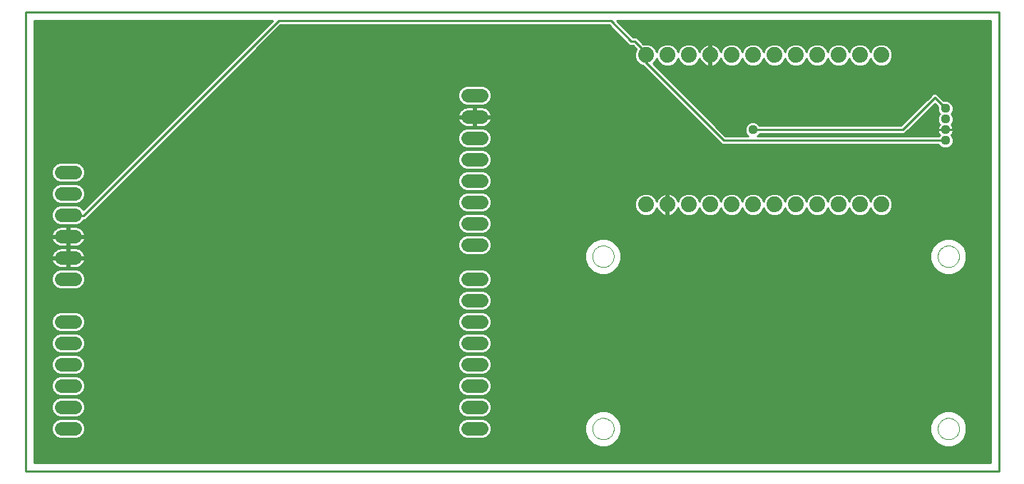
<source format=gtl>
G75*
G70*
%OFA0B0*%
%FSLAX24Y24*%
%IPPOS*%
%LPD*%
%AMOC8*
5,1,8,0,0,1.08239X$1,22.5*
%
%ADD10C,0.0000*%
%ADD11C,0.0100*%
%ADD12C,0.0640*%
%ADD13C,0.0740*%
%ADD14C,0.0440*%
D10*
X026800Y002325D02*
X026802Y002369D01*
X026808Y002413D01*
X026818Y002456D01*
X026831Y002498D01*
X026848Y002539D01*
X026869Y002578D01*
X026893Y002615D01*
X026920Y002650D01*
X026950Y002682D01*
X026983Y002712D01*
X027019Y002738D01*
X027056Y002762D01*
X027096Y002781D01*
X027137Y002798D01*
X027180Y002810D01*
X027223Y002819D01*
X027267Y002824D01*
X027311Y002825D01*
X027355Y002822D01*
X027399Y002815D01*
X027442Y002804D01*
X027484Y002790D01*
X027524Y002772D01*
X027563Y002750D01*
X027599Y002726D01*
X027633Y002698D01*
X027665Y002667D01*
X027694Y002633D01*
X027720Y002597D01*
X027742Y002559D01*
X027761Y002519D01*
X027776Y002477D01*
X027788Y002435D01*
X027796Y002391D01*
X027800Y002347D01*
X027800Y002303D01*
X027796Y002259D01*
X027788Y002215D01*
X027776Y002173D01*
X027761Y002131D01*
X027742Y002091D01*
X027720Y002053D01*
X027694Y002017D01*
X027665Y001983D01*
X027633Y001952D01*
X027599Y001924D01*
X027563Y001900D01*
X027524Y001878D01*
X027484Y001860D01*
X027442Y001846D01*
X027399Y001835D01*
X027355Y001828D01*
X027311Y001825D01*
X027267Y001826D01*
X027223Y001831D01*
X027180Y001840D01*
X027137Y001852D01*
X027096Y001869D01*
X027056Y001888D01*
X027019Y001912D01*
X026983Y001938D01*
X026950Y001968D01*
X026920Y002000D01*
X026893Y002035D01*
X026869Y002072D01*
X026848Y002111D01*
X026831Y002152D01*
X026818Y002194D01*
X026808Y002237D01*
X026802Y002281D01*
X026800Y002325D01*
X042942Y002325D02*
X042944Y002369D01*
X042950Y002413D01*
X042960Y002456D01*
X042973Y002498D01*
X042990Y002539D01*
X043011Y002578D01*
X043035Y002615D01*
X043062Y002650D01*
X043092Y002682D01*
X043125Y002712D01*
X043161Y002738D01*
X043198Y002762D01*
X043238Y002781D01*
X043279Y002798D01*
X043322Y002810D01*
X043365Y002819D01*
X043409Y002824D01*
X043453Y002825D01*
X043497Y002822D01*
X043541Y002815D01*
X043584Y002804D01*
X043626Y002790D01*
X043666Y002772D01*
X043705Y002750D01*
X043741Y002726D01*
X043775Y002698D01*
X043807Y002667D01*
X043836Y002633D01*
X043862Y002597D01*
X043884Y002559D01*
X043903Y002519D01*
X043918Y002477D01*
X043930Y002435D01*
X043938Y002391D01*
X043942Y002347D01*
X043942Y002303D01*
X043938Y002259D01*
X043930Y002215D01*
X043918Y002173D01*
X043903Y002131D01*
X043884Y002091D01*
X043862Y002053D01*
X043836Y002017D01*
X043807Y001983D01*
X043775Y001952D01*
X043741Y001924D01*
X043705Y001900D01*
X043666Y001878D01*
X043626Y001860D01*
X043584Y001846D01*
X043541Y001835D01*
X043497Y001828D01*
X043453Y001825D01*
X043409Y001826D01*
X043365Y001831D01*
X043322Y001840D01*
X043279Y001852D01*
X043238Y001869D01*
X043198Y001888D01*
X043161Y001912D01*
X043125Y001938D01*
X043092Y001968D01*
X043062Y002000D01*
X043035Y002035D01*
X043011Y002072D01*
X042990Y002111D01*
X042973Y002152D01*
X042960Y002194D01*
X042950Y002237D01*
X042944Y002281D01*
X042942Y002325D01*
X042942Y010396D02*
X042944Y010440D01*
X042950Y010484D01*
X042960Y010527D01*
X042973Y010569D01*
X042990Y010610D01*
X043011Y010649D01*
X043035Y010686D01*
X043062Y010721D01*
X043092Y010753D01*
X043125Y010783D01*
X043161Y010809D01*
X043198Y010833D01*
X043238Y010852D01*
X043279Y010869D01*
X043322Y010881D01*
X043365Y010890D01*
X043409Y010895D01*
X043453Y010896D01*
X043497Y010893D01*
X043541Y010886D01*
X043584Y010875D01*
X043626Y010861D01*
X043666Y010843D01*
X043705Y010821D01*
X043741Y010797D01*
X043775Y010769D01*
X043807Y010738D01*
X043836Y010704D01*
X043862Y010668D01*
X043884Y010630D01*
X043903Y010590D01*
X043918Y010548D01*
X043930Y010506D01*
X043938Y010462D01*
X043942Y010418D01*
X043942Y010374D01*
X043938Y010330D01*
X043930Y010286D01*
X043918Y010244D01*
X043903Y010202D01*
X043884Y010162D01*
X043862Y010124D01*
X043836Y010088D01*
X043807Y010054D01*
X043775Y010023D01*
X043741Y009995D01*
X043705Y009971D01*
X043666Y009949D01*
X043626Y009931D01*
X043584Y009917D01*
X043541Y009906D01*
X043497Y009899D01*
X043453Y009896D01*
X043409Y009897D01*
X043365Y009902D01*
X043322Y009911D01*
X043279Y009923D01*
X043238Y009940D01*
X043198Y009959D01*
X043161Y009983D01*
X043125Y010009D01*
X043092Y010039D01*
X043062Y010071D01*
X043035Y010106D01*
X043011Y010143D01*
X042990Y010182D01*
X042973Y010223D01*
X042960Y010265D01*
X042950Y010308D01*
X042944Y010352D01*
X042942Y010396D01*
X026800Y010396D02*
X026802Y010440D01*
X026808Y010484D01*
X026818Y010527D01*
X026831Y010569D01*
X026848Y010610D01*
X026869Y010649D01*
X026893Y010686D01*
X026920Y010721D01*
X026950Y010753D01*
X026983Y010783D01*
X027019Y010809D01*
X027056Y010833D01*
X027096Y010852D01*
X027137Y010869D01*
X027180Y010881D01*
X027223Y010890D01*
X027267Y010895D01*
X027311Y010896D01*
X027355Y010893D01*
X027399Y010886D01*
X027442Y010875D01*
X027484Y010861D01*
X027524Y010843D01*
X027563Y010821D01*
X027599Y010797D01*
X027633Y010769D01*
X027665Y010738D01*
X027694Y010704D01*
X027720Y010668D01*
X027742Y010630D01*
X027761Y010590D01*
X027776Y010548D01*
X027788Y010506D01*
X027796Y010462D01*
X027800Y010418D01*
X027800Y010374D01*
X027796Y010330D01*
X027788Y010286D01*
X027776Y010244D01*
X027761Y010202D01*
X027742Y010162D01*
X027720Y010124D01*
X027694Y010088D01*
X027665Y010054D01*
X027633Y010023D01*
X027599Y009995D01*
X027563Y009971D01*
X027524Y009949D01*
X027484Y009931D01*
X027442Y009917D01*
X027399Y009906D01*
X027355Y009899D01*
X027311Y009896D01*
X027267Y009897D01*
X027223Y009902D01*
X027180Y009911D01*
X027137Y009923D01*
X027096Y009940D01*
X027056Y009959D01*
X027019Y009983D01*
X026983Y010009D01*
X026950Y010039D01*
X026920Y010071D01*
X026893Y010106D01*
X026869Y010143D01*
X026848Y010182D01*
X026831Y010223D01*
X026818Y010265D01*
X026808Y010308D01*
X026802Y010352D01*
X026800Y010396D01*
D11*
X045800Y000325D02*
X000300Y000325D01*
X000300Y021825D01*
X045800Y021825D01*
X045800Y000325D01*
X045400Y000725D02*
X000700Y000725D01*
X000700Y021425D01*
X011857Y021425D01*
X003020Y012588D01*
X003018Y012591D01*
X002886Y012723D01*
X002713Y012795D01*
X001887Y012795D01*
X001714Y012723D01*
X001582Y012591D01*
X001510Y012418D01*
X001510Y012232D01*
X001582Y012059D01*
X001714Y011927D01*
X001887Y011855D01*
X002713Y011855D01*
X002886Y011927D01*
X003018Y012059D01*
X003038Y012105D01*
X003103Y012105D01*
X012223Y021225D01*
X027577Y021225D01*
X028420Y020382D01*
X028537Y020265D01*
X028697Y020265D01*
X028854Y020108D01*
X028780Y019928D01*
X028780Y019722D01*
X028859Y019530D01*
X029005Y019384D01*
X029163Y019319D01*
X029177Y019305D01*
X032857Y015625D01*
X042982Y015625D01*
X042986Y015615D01*
X043090Y015511D01*
X043226Y015455D01*
X043374Y015455D01*
X043510Y015511D01*
X043614Y015615D01*
X043670Y015751D01*
X043670Y015899D01*
X043614Y016035D01*
X043573Y016075D01*
X043587Y016089D01*
X043628Y016150D01*
X043656Y016217D01*
X043670Y016289D01*
X043670Y016325D01*
X043670Y016361D01*
X043656Y016433D01*
X043628Y016500D01*
X043587Y016561D01*
X043573Y016575D01*
X043614Y016615D01*
X043670Y016751D01*
X043670Y016899D01*
X043614Y017035D01*
X043573Y017075D01*
X043614Y017115D01*
X043670Y017251D01*
X043670Y017399D01*
X043614Y017535D01*
X043510Y017639D01*
X043374Y017695D01*
X043226Y017695D01*
X043217Y017691D01*
X042883Y018025D01*
X042717Y018025D01*
X042600Y017908D01*
X041217Y016525D01*
X034618Y016525D01*
X034614Y016535D01*
X034510Y016639D01*
X034374Y016695D01*
X034226Y016695D01*
X034090Y016639D01*
X033986Y016535D01*
X033930Y016399D01*
X033930Y016251D01*
X033986Y016115D01*
X034077Y016025D01*
X033023Y016025D01*
X029629Y019419D01*
X029741Y019530D01*
X029800Y019673D01*
X029859Y019530D01*
X030005Y019384D01*
X030197Y019305D01*
X030403Y019305D01*
X030595Y019384D01*
X030741Y019530D01*
X030800Y019673D01*
X030859Y019530D01*
X031005Y019384D01*
X031197Y019305D01*
X031403Y019305D01*
X031595Y019384D01*
X031741Y019530D01*
X031801Y019677D01*
X031818Y019625D01*
X031855Y019552D01*
X031903Y019486D01*
X031961Y019428D01*
X032027Y019380D01*
X032100Y019343D01*
X032178Y019318D01*
X032250Y019306D01*
X032250Y019775D01*
X032350Y019775D01*
X032350Y019306D01*
X032422Y019318D01*
X032500Y019343D01*
X032573Y019380D01*
X032639Y019428D01*
X032697Y019486D01*
X032745Y019552D01*
X032782Y019625D01*
X032799Y019677D01*
X032859Y019530D01*
X033005Y019384D01*
X033197Y019305D01*
X033403Y019305D01*
X033595Y019384D01*
X033741Y019530D01*
X033800Y019673D01*
X033859Y019530D01*
X034005Y019384D01*
X034197Y019305D01*
X034403Y019305D01*
X034595Y019384D01*
X034741Y019530D01*
X034800Y019673D01*
X034859Y019530D01*
X035005Y019384D01*
X035197Y019305D01*
X035403Y019305D01*
X035595Y019384D01*
X035741Y019530D01*
X035800Y019673D01*
X035859Y019530D01*
X036005Y019384D01*
X036197Y019305D01*
X036403Y019305D01*
X036595Y019384D01*
X036741Y019530D01*
X036800Y019673D01*
X036859Y019530D01*
X037005Y019384D01*
X037197Y019305D01*
X037403Y019305D01*
X037595Y019384D01*
X037741Y019530D01*
X037800Y019673D01*
X037859Y019530D01*
X038005Y019384D01*
X038197Y019305D01*
X038403Y019305D01*
X038595Y019384D01*
X038741Y019530D01*
X038800Y019673D01*
X038859Y019530D01*
X039005Y019384D01*
X039197Y019305D01*
X039403Y019305D01*
X039595Y019384D01*
X039741Y019530D01*
X039800Y019673D01*
X039859Y019530D01*
X040005Y019384D01*
X040197Y019305D01*
X040403Y019305D01*
X040595Y019384D01*
X040741Y019530D01*
X040820Y019722D01*
X040820Y019928D01*
X040741Y020120D01*
X040595Y020266D01*
X040403Y020345D01*
X040197Y020345D01*
X040005Y020266D01*
X039859Y020120D01*
X039800Y019977D01*
X039741Y020120D01*
X039595Y020266D01*
X039403Y020345D01*
X039197Y020345D01*
X039005Y020266D01*
X038859Y020120D01*
X038800Y019977D01*
X038741Y020120D01*
X038595Y020266D01*
X038403Y020345D01*
X038197Y020345D01*
X038005Y020266D01*
X037859Y020120D01*
X037800Y019977D01*
X037741Y020120D01*
X037595Y020266D01*
X037403Y020345D01*
X037197Y020345D01*
X037005Y020266D01*
X036859Y020120D01*
X036800Y019977D01*
X036741Y020120D01*
X036595Y020266D01*
X036403Y020345D01*
X036197Y020345D01*
X036005Y020266D01*
X035859Y020120D01*
X035800Y019977D01*
X035741Y020120D01*
X035595Y020266D01*
X035403Y020345D01*
X035197Y020345D01*
X035005Y020266D01*
X034859Y020120D01*
X034800Y019977D01*
X034741Y020120D01*
X034595Y020266D01*
X034403Y020345D01*
X034197Y020345D01*
X034005Y020266D01*
X033859Y020120D01*
X033800Y019977D01*
X033741Y020120D01*
X033595Y020266D01*
X033403Y020345D01*
X033197Y020345D01*
X033005Y020266D01*
X032859Y020120D01*
X032799Y019973D01*
X032782Y020025D01*
X032820Y020025D01*
X032782Y020025D02*
X032745Y020098D01*
X032697Y020164D01*
X032639Y020222D01*
X032573Y020270D01*
X032500Y020307D01*
X032422Y020332D01*
X032350Y020344D01*
X032350Y019875D01*
X032250Y019875D01*
X032250Y020344D01*
X032178Y020332D01*
X032100Y020307D01*
X032027Y020270D01*
X031961Y020222D01*
X031903Y020164D01*
X031855Y020098D01*
X031818Y020025D01*
X031780Y020025D01*
X031818Y020025D02*
X031801Y019973D01*
X031741Y020120D01*
X031595Y020266D01*
X031403Y020345D01*
X031197Y020345D01*
X031005Y020266D01*
X030859Y020120D01*
X030800Y019977D01*
X030741Y020120D01*
X030595Y020266D01*
X030403Y020345D01*
X030197Y020345D01*
X030005Y020266D01*
X029859Y020120D01*
X029800Y019977D01*
X029741Y020120D01*
X029595Y020266D01*
X029403Y020345D01*
X029197Y020345D01*
X029187Y020341D01*
X028863Y020665D01*
X028703Y020665D01*
X027943Y021425D01*
X045400Y021425D01*
X045400Y000725D01*
X045400Y000818D02*
X000700Y000818D01*
X000700Y000916D02*
X045400Y000916D01*
X045400Y001015D02*
X000700Y001015D01*
X000700Y001113D02*
X045400Y001113D01*
X045400Y001212D02*
X000700Y001212D01*
X000700Y001310D02*
X045400Y001310D01*
X045400Y001409D02*
X000700Y001409D01*
X000700Y001507D02*
X027054Y001507D01*
X027131Y001475D02*
X026819Y001604D01*
X026579Y001844D01*
X026450Y002156D01*
X026450Y002494D01*
X026579Y002806D01*
X026819Y003046D01*
X027131Y003175D01*
X027469Y003175D01*
X027781Y003046D01*
X028021Y002806D01*
X028150Y002494D01*
X028150Y002156D01*
X028021Y001844D01*
X027781Y001604D01*
X027469Y001475D01*
X027131Y001475D01*
X026817Y001606D02*
X000700Y001606D01*
X000700Y001704D02*
X026719Y001704D01*
X026620Y001803D02*
X000700Y001803D01*
X000700Y001901D02*
X001775Y001901D01*
X001714Y001927D02*
X001887Y001855D01*
X002713Y001855D01*
X002886Y001927D01*
X003018Y002059D01*
X003090Y002232D01*
X003090Y002418D01*
X003018Y002591D01*
X002886Y002723D01*
X002713Y002795D01*
X001887Y002795D01*
X001714Y002723D01*
X001582Y002591D01*
X001510Y002418D01*
X001510Y002232D01*
X001582Y002059D01*
X001714Y001927D01*
X001641Y002000D02*
X000700Y002000D01*
X000700Y002098D02*
X001565Y002098D01*
X001524Y002197D02*
X000700Y002197D01*
X000700Y002295D02*
X001510Y002295D01*
X001510Y002394D02*
X000700Y002394D01*
X000700Y002492D02*
X001540Y002492D01*
X001581Y002591D02*
X000700Y002591D01*
X000700Y002689D02*
X001679Y002689D01*
X001868Y002788D02*
X000700Y002788D01*
X000700Y002886D02*
X001812Y002886D01*
X001887Y002855D02*
X001714Y002927D01*
X001582Y003059D01*
X001510Y003232D01*
X001510Y003418D01*
X001582Y003591D01*
X001714Y003723D01*
X001887Y003795D01*
X002713Y003795D01*
X002886Y003723D01*
X003018Y003591D01*
X003090Y003418D01*
X003090Y003232D01*
X003018Y003059D01*
X002886Y002927D01*
X002713Y002855D01*
X001887Y002855D01*
X001656Y002985D02*
X000700Y002985D01*
X000700Y003083D02*
X001572Y003083D01*
X001531Y003182D02*
X000700Y003182D01*
X000700Y003280D02*
X001510Y003280D01*
X001510Y003379D02*
X000700Y003379D01*
X000700Y003477D02*
X001534Y003477D01*
X001575Y003576D02*
X000700Y003576D01*
X000700Y003674D02*
X001664Y003674D01*
X001832Y003773D02*
X000700Y003773D01*
X000700Y003871D02*
X001848Y003871D01*
X001887Y003855D02*
X002713Y003855D01*
X002886Y003927D01*
X003018Y004059D01*
X003090Y004232D01*
X003090Y004418D01*
X003018Y004591D01*
X002886Y004723D01*
X002713Y004795D01*
X001887Y004795D01*
X001714Y004723D01*
X001582Y004591D01*
X001510Y004418D01*
X001510Y004232D01*
X001582Y004059D01*
X001714Y003927D01*
X001887Y003855D01*
X001671Y003970D02*
X000700Y003970D01*
X000700Y004068D02*
X001578Y004068D01*
X001537Y004167D02*
X000700Y004167D01*
X000700Y004265D02*
X001510Y004265D01*
X001510Y004364D02*
X000700Y004364D01*
X000700Y004462D02*
X001528Y004462D01*
X001569Y004561D02*
X000700Y004561D01*
X000700Y004659D02*
X001649Y004659D01*
X001796Y004758D02*
X000700Y004758D01*
X000700Y004856D02*
X001884Y004856D01*
X001887Y004855D02*
X002713Y004855D01*
X002886Y004927D01*
X003018Y005059D01*
X003090Y005232D01*
X003090Y005418D01*
X003018Y005591D01*
X002886Y005723D01*
X002713Y005795D01*
X001887Y005795D01*
X001714Y005723D01*
X001582Y005591D01*
X001510Y005418D01*
X001510Y005232D01*
X001582Y005059D01*
X001714Y004927D01*
X001887Y004855D01*
X001686Y004955D02*
X000700Y004955D01*
X000700Y005053D02*
X001587Y005053D01*
X001543Y005152D02*
X000700Y005152D01*
X000700Y005250D02*
X001510Y005250D01*
X001510Y005349D02*
X000700Y005349D01*
X000700Y005447D02*
X001522Y005447D01*
X001563Y005546D02*
X000700Y005546D01*
X000700Y005644D02*
X001634Y005644D01*
X001760Y005743D02*
X000700Y005743D01*
X000700Y005841D02*
X045400Y005841D01*
X045400Y005743D02*
X021840Y005743D01*
X021886Y005723D02*
X021713Y005795D01*
X020887Y005795D01*
X020714Y005723D01*
X020582Y005591D01*
X020510Y005418D01*
X020510Y005232D01*
X020582Y005059D01*
X020714Y004927D01*
X020887Y004855D01*
X021713Y004855D01*
X021886Y004927D01*
X022018Y005059D01*
X022090Y005232D01*
X022090Y005418D01*
X022018Y005591D01*
X021886Y005723D01*
X021966Y005644D02*
X045400Y005644D01*
X045400Y005546D02*
X022037Y005546D01*
X022078Y005447D02*
X045400Y005447D01*
X045400Y005349D02*
X022090Y005349D01*
X022090Y005250D02*
X045400Y005250D01*
X045400Y005152D02*
X022057Y005152D01*
X022013Y005053D02*
X045400Y005053D01*
X045400Y004955D02*
X021914Y004955D01*
X021716Y004856D02*
X045400Y004856D01*
X045400Y004758D02*
X021804Y004758D01*
X021886Y004723D02*
X021713Y004795D01*
X020887Y004795D01*
X020714Y004723D01*
X020582Y004591D01*
X020510Y004418D01*
X020510Y004232D01*
X020582Y004059D01*
X020714Y003927D01*
X020887Y003855D01*
X021713Y003855D01*
X021886Y003927D01*
X022018Y004059D01*
X022090Y004232D01*
X022090Y004418D01*
X022018Y004591D01*
X021886Y004723D01*
X021951Y004659D02*
X045400Y004659D01*
X045400Y004561D02*
X022031Y004561D01*
X022072Y004462D02*
X045400Y004462D01*
X045400Y004364D02*
X022090Y004364D01*
X022090Y004265D02*
X045400Y004265D01*
X045400Y004167D02*
X022063Y004167D01*
X022022Y004068D02*
X045400Y004068D01*
X045400Y003970D02*
X021929Y003970D01*
X021752Y003871D02*
X045400Y003871D01*
X045400Y003773D02*
X021768Y003773D01*
X021713Y003795D02*
X020887Y003795D01*
X020714Y003723D01*
X020582Y003591D01*
X020510Y003418D01*
X020510Y003232D01*
X020582Y003059D01*
X020714Y002927D01*
X020887Y002855D01*
X021713Y002855D01*
X021886Y002927D01*
X022018Y003059D01*
X022090Y003232D01*
X022090Y003418D01*
X022018Y003591D01*
X021886Y003723D01*
X021713Y003795D01*
X021936Y003674D02*
X045400Y003674D01*
X045400Y003576D02*
X022025Y003576D01*
X022066Y003477D02*
X045400Y003477D01*
X045400Y003379D02*
X022090Y003379D01*
X022090Y003280D02*
X045400Y003280D01*
X045400Y003182D02*
X022069Y003182D01*
X022028Y003083D02*
X026909Y003083D01*
X026757Y002985D02*
X021944Y002985D01*
X021788Y002886D02*
X026659Y002886D01*
X026572Y002788D02*
X021732Y002788D01*
X021713Y002795D02*
X020887Y002795D01*
X020714Y002723D01*
X020582Y002591D01*
X020510Y002418D01*
X020510Y002232D01*
X020582Y002059D01*
X020714Y001927D01*
X020887Y001855D01*
X021713Y001855D01*
X021886Y001927D01*
X022018Y002059D01*
X022090Y002232D01*
X022090Y002418D01*
X022018Y002591D01*
X021886Y002723D01*
X021713Y002795D01*
X021921Y002689D02*
X026531Y002689D01*
X026490Y002591D02*
X022019Y002591D01*
X022060Y002492D02*
X026450Y002492D01*
X026450Y002394D02*
X022090Y002394D01*
X022090Y002295D02*
X026450Y002295D01*
X026450Y002197D02*
X022075Y002197D01*
X022035Y002098D02*
X026474Y002098D01*
X026515Y002000D02*
X021959Y002000D01*
X021825Y001901D02*
X026556Y001901D01*
X027546Y001507D02*
X043195Y001507D01*
X043273Y001475D02*
X043611Y001475D01*
X043923Y001604D01*
X044162Y001844D01*
X044292Y002156D01*
X044292Y002494D01*
X044162Y002806D01*
X043923Y003046D01*
X043611Y003175D01*
X043273Y003175D01*
X042960Y003046D01*
X042721Y002806D01*
X042592Y002494D01*
X042592Y002156D01*
X042721Y001844D01*
X042960Y001604D01*
X043273Y001475D01*
X042959Y001606D02*
X027783Y001606D01*
X027881Y001704D02*
X042861Y001704D01*
X042762Y001803D02*
X027980Y001803D01*
X028044Y001901D02*
X042697Y001901D01*
X042657Y002000D02*
X028085Y002000D01*
X028126Y002098D02*
X042616Y002098D01*
X042592Y002197D02*
X028150Y002197D01*
X028150Y002295D02*
X042592Y002295D01*
X042592Y002394D02*
X028150Y002394D01*
X028150Y002492D02*
X042592Y002492D01*
X042632Y002591D02*
X028110Y002591D01*
X028069Y002689D02*
X042672Y002689D01*
X042713Y002788D02*
X028028Y002788D01*
X027941Y002886D02*
X042801Y002886D01*
X042899Y002985D02*
X027843Y002985D01*
X027691Y003083D02*
X043051Y003083D01*
X043833Y003083D02*
X045400Y003083D01*
X045400Y002985D02*
X043984Y002985D01*
X044083Y002886D02*
X045400Y002886D01*
X045400Y002788D02*
X044170Y002788D01*
X044211Y002689D02*
X045400Y002689D01*
X045400Y002591D02*
X044252Y002591D01*
X044292Y002492D02*
X045400Y002492D01*
X045400Y002394D02*
X044292Y002394D01*
X044292Y002295D02*
X045400Y002295D01*
X045400Y002197D02*
X044292Y002197D01*
X044268Y002098D02*
X045400Y002098D01*
X045400Y002000D02*
X044227Y002000D01*
X044186Y001901D02*
X045400Y001901D01*
X045400Y001803D02*
X044121Y001803D01*
X044023Y001704D02*
X045400Y001704D01*
X045400Y001606D02*
X043924Y001606D01*
X043688Y001507D02*
X045400Y001507D01*
X045400Y005940D02*
X021899Y005940D01*
X021886Y005927D02*
X022018Y006059D01*
X022090Y006232D01*
X022090Y006418D01*
X022018Y006591D01*
X021886Y006723D01*
X021713Y006795D01*
X020887Y006795D01*
X020714Y006723D01*
X020582Y006591D01*
X020510Y006418D01*
X020510Y006232D01*
X020582Y006059D01*
X020714Y005927D01*
X020887Y005855D01*
X021713Y005855D01*
X021886Y005927D01*
X021998Y006038D02*
X045400Y006038D01*
X045400Y006137D02*
X022051Y006137D01*
X022090Y006235D02*
X045400Y006235D01*
X045400Y006334D02*
X022090Y006334D01*
X022084Y006432D02*
X045400Y006432D01*
X045400Y006531D02*
X022044Y006531D01*
X021981Y006629D02*
X045400Y006629D01*
X045400Y006728D02*
X021876Y006728D01*
X021881Y006925D02*
X045400Y006925D01*
X045400Y007023D02*
X021983Y007023D01*
X022018Y007059D02*
X021886Y006927D01*
X021713Y006855D01*
X020887Y006855D01*
X020714Y006927D01*
X020582Y007059D01*
X020510Y007232D01*
X020510Y007418D01*
X020582Y007591D01*
X020714Y007723D01*
X020887Y007795D01*
X021713Y007795D01*
X021886Y007723D01*
X022018Y007591D01*
X022090Y007418D01*
X022090Y007232D01*
X022018Y007059D01*
X022044Y007122D02*
X045400Y007122D01*
X045400Y007220D02*
X022085Y007220D01*
X022090Y007319D02*
X045400Y007319D01*
X045400Y007417D02*
X022090Y007417D01*
X022050Y007516D02*
X045400Y007516D01*
X045400Y007614D02*
X021996Y007614D01*
X021897Y007713D02*
X045400Y007713D01*
X045400Y007811D02*
X000700Y007811D01*
X000700Y007713D02*
X001703Y007713D01*
X001714Y007723D02*
X001582Y007591D01*
X001510Y007418D01*
X001510Y007232D01*
X001582Y007059D01*
X001714Y006927D01*
X001887Y006855D01*
X002713Y006855D01*
X002886Y006927D01*
X003018Y007059D01*
X003090Y007232D01*
X003090Y007418D01*
X003018Y007591D01*
X002886Y007723D01*
X002713Y007795D01*
X001887Y007795D01*
X001714Y007723D01*
X001604Y007614D02*
X000700Y007614D01*
X000700Y007516D02*
X001550Y007516D01*
X001510Y007417D02*
X000700Y007417D01*
X000700Y007319D02*
X001510Y007319D01*
X001515Y007220D02*
X000700Y007220D01*
X000700Y007122D02*
X001556Y007122D01*
X001617Y007023D02*
X000700Y007023D01*
X000700Y006925D02*
X001719Y006925D01*
X001724Y006728D02*
X000700Y006728D01*
X000700Y006826D02*
X045400Y006826D01*
X045400Y007910D02*
X021845Y007910D01*
X021886Y007927D02*
X021713Y007855D01*
X020887Y007855D01*
X020714Y007927D01*
X020582Y008059D01*
X020510Y008232D01*
X020510Y008418D01*
X020582Y008591D01*
X020714Y008723D01*
X020887Y008795D01*
X021713Y008795D01*
X021886Y008723D01*
X022018Y008591D01*
X022090Y008418D01*
X022090Y008232D01*
X022018Y008059D01*
X021886Y007927D01*
X021968Y008008D02*
X045400Y008008D01*
X045400Y008107D02*
X022038Y008107D01*
X022079Y008205D02*
X045400Y008205D01*
X045400Y008304D02*
X022090Y008304D01*
X022090Y008402D02*
X045400Y008402D01*
X045400Y008501D02*
X022056Y008501D01*
X022011Y008599D02*
X045400Y008599D01*
X045400Y008698D02*
X021912Y008698D01*
X021809Y008895D02*
X045400Y008895D01*
X045400Y008993D02*
X021953Y008993D01*
X022018Y009059D02*
X021886Y008927D01*
X021713Y008855D01*
X020887Y008855D01*
X020714Y008927D01*
X020582Y009059D01*
X020510Y009232D01*
X020510Y009418D01*
X020582Y009591D01*
X020714Y009723D01*
X020887Y009795D01*
X021713Y009795D01*
X021886Y009723D01*
X022018Y009591D01*
X022090Y009418D01*
X022090Y009232D01*
X022018Y009059D01*
X022032Y009092D02*
X045400Y009092D01*
X045400Y009190D02*
X022073Y009190D01*
X022090Y009289D02*
X045400Y009289D01*
X045400Y009387D02*
X022090Y009387D01*
X022062Y009486D02*
X045400Y009486D01*
X045400Y009584D02*
X043703Y009584D01*
X043611Y009546D02*
X043923Y009675D01*
X044162Y009914D01*
X044292Y010227D01*
X044292Y010565D01*
X044162Y010877D01*
X043923Y011116D01*
X043611Y011246D01*
X043273Y011246D01*
X042960Y011116D01*
X042721Y010877D01*
X042592Y010565D01*
X042592Y010227D01*
X042721Y009914D01*
X042960Y009675D01*
X043273Y009546D01*
X043611Y009546D01*
X043930Y009683D02*
X045400Y009683D01*
X045400Y009781D02*
X044029Y009781D01*
X044127Y009880D02*
X045400Y009880D01*
X045400Y009978D02*
X044189Y009978D01*
X044229Y010077D02*
X045400Y010077D01*
X045400Y010175D02*
X044270Y010175D01*
X044292Y010274D02*
X045400Y010274D01*
X045400Y010372D02*
X044292Y010372D01*
X044292Y010471D02*
X045400Y010471D01*
X045400Y010569D02*
X044290Y010569D01*
X044249Y010668D02*
X045400Y010668D01*
X045400Y010766D02*
X044208Y010766D01*
X044168Y010865D02*
X045400Y010865D01*
X045400Y010963D02*
X044077Y010963D01*
X043978Y011062D02*
X045400Y011062D01*
X045400Y011160D02*
X043818Y011160D01*
X043065Y011160D02*
X027676Y011160D01*
X027781Y011116D02*
X027469Y011246D01*
X027131Y011246D01*
X026819Y011116D01*
X026579Y010877D01*
X026450Y010565D01*
X026450Y010227D01*
X026579Y009914D01*
X026819Y009675D01*
X027131Y009546D01*
X027469Y009546D01*
X027781Y009675D01*
X028021Y009914D01*
X028150Y010227D01*
X028150Y010565D01*
X028021Y010877D01*
X027781Y011116D01*
X027836Y011062D02*
X042905Y011062D01*
X042807Y010963D02*
X027935Y010963D01*
X028026Y010865D02*
X042716Y010865D01*
X042675Y010766D02*
X028067Y010766D01*
X028108Y010668D02*
X042634Y010668D01*
X042593Y010569D02*
X028148Y010569D01*
X028150Y010471D02*
X042592Y010471D01*
X042592Y010372D02*
X028150Y010372D01*
X028150Y010274D02*
X042592Y010274D01*
X042613Y010175D02*
X028129Y010175D01*
X028088Y010077D02*
X042654Y010077D01*
X042695Y009978D02*
X028047Y009978D01*
X027986Y009880D02*
X042756Y009880D01*
X042854Y009781D02*
X027887Y009781D01*
X027789Y009683D02*
X042953Y009683D01*
X043181Y009584D02*
X027561Y009584D01*
X027039Y009584D02*
X022021Y009584D01*
X021927Y009683D02*
X026811Y009683D01*
X026713Y009781D02*
X021747Y009781D01*
X020853Y009781D02*
X002747Y009781D01*
X002713Y009795D02*
X002886Y009723D01*
X003018Y009591D01*
X003090Y009418D01*
X003090Y009232D01*
X003018Y009059D01*
X002886Y008927D01*
X002713Y008855D01*
X001887Y008855D01*
X001714Y008927D01*
X001582Y009059D01*
X001510Y009232D01*
X001510Y009418D01*
X001582Y009591D01*
X001714Y009723D01*
X001887Y009795D01*
X002713Y009795D01*
X002730Y009867D02*
X002800Y009889D01*
X002866Y009923D01*
X002926Y009967D01*
X002978Y010019D01*
X003022Y010079D01*
X003056Y010145D01*
X003078Y010215D01*
X003088Y010275D01*
X002350Y010275D01*
X002350Y010375D01*
X002250Y010375D01*
X002250Y010795D01*
X001943Y010795D01*
X001870Y010783D01*
X001800Y010761D01*
X001734Y010727D01*
X001674Y010683D01*
X001622Y010631D01*
X001578Y010571D01*
X001544Y010505D01*
X001522Y010435D01*
X001512Y010375D01*
X002250Y010375D01*
X002250Y010275D01*
X002350Y010275D01*
X002350Y009855D01*
X002657Y009855D01*
X002730Y009867D01*
X002770Y009880D02*
X026614Y009880D01*
X026553Y009978D02*
X002938Y009978D01*
X003020Y010077D02*
X026512Y010077D01*
X026471Y010175D02*
X003065Y010175D01*
X003088Y010274D02*
X026450Y010274D01*
X026450Y010372D02*
X002350Y010372D01*
X002350Y010375D02*
X003088Y010375D01*
X003078Y010435D01*
X003056Y010505D01*
X003022Y010571D01*
X002978Y010631D01*
X002926Y010683D01*
X002866Y010727D01*
X002800Y010761D01*
X002730Y010783D01*
X002657Y010795D01*
X002350Y010795D01*
X002350Y010375D01*
X002350Y010471D02*
X002250Y010471D01*
X002250Y010569D02*
X002350Y010569D01*
X002350Y010668D02*
X002250Y010668D01*
X002250Y010766D02*
X002350Y010766D01*
X002350Y010855D02*
X002657Y010855D01*
X002730Y010867D01*
X002800Y010889D01*
X002866Y010923D01*
X002926Y010967D01*
X002978Y011019D01*
X003022Y011079D01*
X003056Y011145D01*
X003078Y011215D01*
X003088Y011275D01*
X002350Y011275D01*
X002350Y011375D01*
X002250Y011375D01*
X002250Y011795D01*
X001943Y011795D01*
X001870Y011783D01*
X001800Y011761D01*
X001734Y011727D01*
X001674Y011683D01*
X001622Y011631D01*
X001578Y011571D01*
X001544Y011505D01*
X001522Y011435D01*
X001512Y011375D01*
X002250Y011375D01*
X002250Y011275D01*
X002350Y011275D01*
X002350Y010855D01*
X002350Y010865D02*
X002250Y010865D01*
X002250Y010855D02*
X002250Y011275D01*
X001512Y011275D01*
X001522Y011215D01*
X001544Y011145D01*
X001578Y011079D01*
X001622Y011019D01*
X001674Y010967D01*
X001734Y010923D01*
X001800Y010889D01*
X001870Y010867D01*
X001943Y010855D01*
X002250Y010855D01*
X002250Y010963D02*
X002350Y010963D01*
X002350Y011062D02*
X002250Y011062D01*
X002250Y011160D02*
X002350Y011160D01*
X002350Y011259D02*
X002250Y011259D01*
X002250Y011357D02*
X000700Y011357D01*
X000700Y011259D02*
X001515Y011259D01*
X001539Y011160D02*
X000700Y011160D01*
X000700Y011062D02*
X001590Y011062D01*
X001679Y010963D02*
X000700Y010963D01*
X000700Y010865D02*
X001883Y010865D01*
X001816Y010766D02*
X000700Y010766D01*
X000700Y010668D02*
X001658Y010668D01*
X001577Y010569D02*
X000700Y010569D01*
X000700Y010471D02*
X001533Y010471D01*
X001512Y010275D02*
X001522Y010215D01*
X001544Y010145D01*
X001578Y010079D01*
X001622Y010019D01*
X001674Y009967D01*
X001734Y009923D01*
X001800Y009889D01*
X001870Y009867D01*
X001943Y009855D01*
X002250Y009855D01*
X002250Y010275D01*
X001512Y010275D01*
X001512Y010274D02*
X000700Y010274D01*
X000700Y010372D02*
X002250Y010372D01*
X002250Y010274D02*
X002350Y010274D01*
X002350Y010175D02*
X002250Y010175D01*
X002250Y010077D02*
X002350Y010077D01*
X002350Y009978D02*
X002250Y009978D01*
X002250Y009880D02*
X002350Y009880D01*
X001853Y009781D02*
X000700Y009781D01*
X000700Y009683D02*
X001673Y009683D01*
X001579Y009584D02*
X000700Y009584D01*
X000700Y009486D02*
X001538Y009486D01*
X001510Y009387D02*
X000700Y009387D01*
X000700Y009289D02*
X001510Y009289D01*
X001527Y009190D02*
X000700Y009190D01*
X000700Y009092D02*
X001568Y009092D01*
X001647Y008993D02*
X000700Y008993D01*
X000700Y008895D02*
X001791Y008895D01*
X000700Y008796D02*
X045400Y008796D01*
X045400Y011259D02*
X021951Y011259D01*
X021886Y011323D02*
X021713Y011395D01*
X020887Y011395D01*
X020714Y011323D01*
X020582Y011191D01*
X020510Y011018D01*
X020510Y010832D01*
X020582Y010659D01*
X020714Y010527D01*
X020887Y010455D01*
X021713Y010455D01*
X021886Y010527D01*
X022018Y010659D01*
X022090Y010832D01*
X022090Y011018D01*
X022018Y011191D01*
X021886Y011323D01*
X021805Y011357D02*
X045400Y011357D01*
X045400Y011456D02*
X021715Y011456D01*
X021713Y011455D02*
X021886Y011527D01*
X022018Y011659D01*
X022090Y011832D01*
X022090Y012018D01*
X022018Y012191D01*
X021886Y012323D01*
X021713Y012395D01*
X020887Y012395D01*
X020714Y012323D01*
X020582Y012191D01*
X020510Y012018D01*
X020510Y011832D01*
X020582Y011659D01*
X020714Y011527D01*
X020887Y011455D01*
X021713Y011455D01*
X021914Y011554D02*
X045400Y011554D01*
X045400Y011653D02*
X022012Y011653D01*
X022057Y011751D02*
X045400Y011751D01*
X045400Y011850D02*
X022090Y011850D01*
X022090Y011948D02*
X045400Y011948D01*
X045400Y012047D02*
X022078Y012047D01*
X022038Y012145D02*
X045400Y012145D01*
X045400Y012244D02*
X021966Y012244D01*
X021841Y012342D02*
X029107Y012342D01*
X029197Y012305D02*
X029005Y012384D01*
X028859Y012530D01*
X028780Y012722D01*
X028780Y012928D01*
X028859Y013120D01*
X029005Y013266D01*
X029197Y013345D01*
X029403Y013345D01*
X029595Y013266D01*
X029741Y013120D01*
X029801Y012973D01*
X029818Y013025D01*
X029855Y013098D01*
X029903Y013164D01*
X029961Y013222D01*
X030027Y013270D01*
X030100Y013307D01*
X030178Y013332D01*
X030250Y013344D01*
X030250Y012875D01*
X030350Y012875D01*
X030350Y013344D01*
X030422Y013332D01*
X030500Y013307D01*
X030573Y013270D01*
X030639Y013222D01*
X030697Y013164D01*
X030745Y013098D01*
X030782Y013025D01*
X030799Y012973D01*
X030859Y013120D01*
X031005Y013266D01*
X031197Y013345D01*
X031403Y013345D01*
X031595Y013266D01*
X031741Y013120D01*
X031800Y012977D01*
X031859Y013120D01*
X032005Y013266D01*
X032197Y013345D01*
X032403Y013345D01*
X032595Y013266D01*
X032741Y013120D01*
X032800Y012977D01*
X032859Y013120D01*
X033005Y013266D01*
X033197Y013345D01*
X033403Y013345D01*
X033595Y013266D01*
X033741Y013120D01*
X033800Y012977D01*
X033859Y013120D01*
X034005Y013266D01*
X034197Y013345D01*
X034403Y013345D01*
X034595Y013266D01*
X034741Y013120D01*
X034800Y012977D01*
X034859Y013120D01*
X035005Y013266D01*
X035197Y013345D01*
X035403Y013345D01*
X035595Y013266D01*
X035741Y013120D01*
X035800Y012977D01*
X035859Y013120D01*
X036005Y013266D01*
X036197Y013345D01*
X036403Y013345D01*
X036595Y013266D01*
X036741Y013120D01*
X036800Y012977D01*
X036859Y013120D01*
X037005Y013266D01*
X037197Y013345D01*
X037403Y013345D01*
X037595Y013266D01*
X037741Y013120D01*
X037800Y012977D01*
X037859Y013120D01*
X038005Y013266D01*
X038197Y013345D01*
X038403Y013345D01*
X038595Y013266D01*
X038741Y013120D01*
X038800Y012977D01*
X038859Y013120D01*
X039005Y013266D01*
X039197Y013345D01*
X039403Y013345D01*
X039595Y013266D01*
X039741Y013120D01*
X039800Y012977D01*
X039859Y013120D01*
X040005Y013266D01*
X040197Y013345D01*
X040403Y013345D01*
X040595Y013266D01*
X040741Y013120D01*
X040820Y012928D01*
X040820Y012722D01*
X040741Y012530D01*
X040595Y012384D01*
X040403Y012305D01*
X040197Y012305D01*
X040005Y012384D01*
X039859Y012530D01*
X039800Y012673D01*
X039741Y012530D01*
X039595Y012384D01*
X039403Y012305D01*
X039197Y012305D01*
X039005Y012384D01*
X038859Y012530D01*
X038800Y012673D01*
X038741Y012530D01*
X038595Y012384D01*
X038403Y012305D01*
X038197Y012305D01*
X038005Y012384D01*
X037859Y012530D01*
X037800Y012673D01*
X037741Y012530D01*
X037595Y012384D01*
X037403Y012305D01*
X037197Y012305D01*
X037005Y012384D01*
X036859Y012530D01*
X036800Y012673D01*
X036741Y012530D01*
X036595Y012384D01*
X036403Y012305D01*
X036197Y012305D01*
X036005Y012384D01*
X035859Y012530D01*
X035800Y012673D01*
X035741Y012530D01*
X035595Y012384D01*
X035403Y012305D01*
X035197Y012305D01*
X035005Y012384D01*
X034859Y012530D01*
X034800Y012673D01*
X034741Y012530D01*
X034595Y012384D01*
X034403Y012305D01*
X034197Y012305D01*
X034005Y012384D01*
X033859Y012530D01*
X033800Y012673D01*
X033741Y012530D01*
X033595Y012384D01*
X033403Y012305D01*
X033197Y012305D01*
X033005Y012384D01*
X032859Y012530D01*
X032800Y012673D01*
X032741Y012530D01*
X032595Y012384D01*
X032403Y012305D01*
X032197Y012305D01*
X032005Y012384D01*
X031859Y012530D01*
X031800Y012673D01*
X031741Y012530D01*
X031595Y012384D01*
X031403Y012305D01*
X031197Y012305D01*
X031005Y012384D01*
X030859Y012530D01*
X030799Y012677D01*
X030782Y012625D01*
X030745Y012552D01*
X030697Y012486D01*
X030639Y012428D01*
X030573Y012380D01*
X030500Y012343D01*
X030422Y012318D01*
X030350Y012306D01*
X030350Y012775D01*
X030250Y012775D01*
X030250Y012306D01*
X030178Y012318D01*
X030100Y012343D01*
X030027Y012380D01*
X029961Y012428D01*
X029903Y012486D01*
X029855Y012552D01*
X029818Y012625D01*
X029801Y012677D01*
X029741Y012530D01*
X029595Y012384D01*
X029403Y012305D01*
X029197Y012305D01*
X028949Y012441D02*
X003438Y012441D01*
X003537Y012539D02*
X020701Y012539D01*
X020714Y012527D02*
X020887Y012455D01*
X021713Y012455D01*
X021886Y012527D01*
X022018Y012659D01*
X022090Y012832D01*
X022090Y013018D01*
X022018Y013191D01*
X021886Y013323D01*
X021713Y013395D01*
X020887Y013395D01*
X020714Y013323D01*
X020582Y013191D01*
X020510Y013018D01*
X020510Y012832D01*
X020582Y012659D01*
X020714Y012527D01*
X020603Y012638D02*
X003635Y012638D01*
X003734Y012736D02*
X020550Y012736D01*
X020510Y012835D02*
X003832Y012835D01*
X003931Y012933D02*
X020510Y012933D01*
X020515Y013032D02*
X004029Y013032D01*
X004128Y013130D02*
X020556Y013130D01*
X020619Y013229D02*
X004226Y013229D01*
X004325Y013327D02*
X020722Y013327D01*
X020720Y013524D02*
X004522Y013524D01*
X004620Y013623D02*
X020618Y013623D01*
X020582Y013659D02*
X020714Y013527D01*
X020887Y013455D01*
X021713Y013455D01*
X021886Y013527D01*
X022018Y013659D01*
X022090Y013832D01*
X022090Y014018D01*
X022018Y014191D01*
X021886Y014323D01*
X021713Y014395D01*
X020887Y014395D01*
X020714Y014323D01*
X020582Y014191D01*
X020510Y014018D01*
X020510Y013832D01*
X020582Y013659D01*
X020556Y013721D02*
X004719Y013721D01*
X004817Y013820D02*
X020515Y013820D01*
X020510Y013918D02*
X004916Y013918D01*
X005014Y014017D02*
X020510Y014017D01*
X020550Y014115D02*
X005113Y014115D01*
X005211Y014214D02*
X020604Y014214D01*
X020702Y014312D02*
X005310Y014312D01*
X005408Y014411D02*
X045400Y014411D01*
X045400Y014509D02*
X021844Y014509D01*
X021886Y014527D02*
X022018Y014659D01*
X022090Y014832D01*
X022090Y015018D01*
X022018Y015191D01*
X021886Y015323D01*
X021713Y015395D01*
X020887Y015395D01*
X020714Y015323D01*
X020582Y015191D01*
X020510Y015018D01*
X020510Y014832D01*
X020582Y014659D01*
X020714Y014527D01*
X020887Y014455D01*
X021713Y014455D01*
X021886Y014527D01*
X021967Y014608D02*
X045400Y014608D01*
X045400Y014706D02*
X022038Y014706D01*
X022079Y014805D02*
X045400Y014805D01*
X045400Y014903D02*
X022090Y014903D01*
X022090Y015002D02*
X045400Y015002D01*
X045400Y015100D02*
X022056Y015100D01*
X022011Y015199D02*
X045400Y015199D01*
X045400Y015297D02*
X021913Y015297D01*
X021808Y015494D02*
X043132Y015494D01*
X043009Y015593D02*
X021952Y015593D01*
X021886Y015527D02*
X022018Y015659D01*
X022090Y015832D01*
X022090Y016018D01*
X022018Y016191D01*
X021886Y016323D01*
X021713Y016395D01*
X020887Y016395D01*
X020714Y016323D01*
X020582Y016191D01*
X020510Y016018D01*
X020510Y015832D01*
X020582Y015659D01*
X020714Y015527D01*
X020887Y015455D01*
X021713Y015455D01*
X021886Y015527D01*
X022032Y015691D02*
X032791Y015691D01*
X032693Y015790D02*
X022073Y015790D01*
X022090Y015888D02*
X032594Y015888D01*
X032496Y015987D02*
X022090Y015987D01*
X022062Y016085D02*
X032397Y016085D01*
X032299Y016184D02*
X022022Y016184D01*
X021928Y016282D02*
X032200Y016282D01*
X032102Y016381D02*
X021748Y016381D01*
X021730Y016467D02*
X021800Y016489D01*
X021866Y016523D01*
X021926Y016567D01*
X021978Y016619D01*
X022022Y016679D01*
X022056Y016745D01*
X022078Y016815D01*
X022088Y016875D01*
X021350Y016875D01*
X021350Y016975D01*
X021250Y016975D01*
X021250Y017395D01*
X020943Y017395D01*
X020870Y017383D01*
X020800Y017361D01*
X020734Y017327D01*
X020674Y017283D01*
X020622Y017231D01*
X020578Y017171D01*
X020544Y017105D01*
X020522Y017035D01*
X020512Y016975D01*
X021250Y016975D01*
X021250Y016875D01*
X021350Y016875D01*
X021350Y016455D01*
X021657Y016455D01*
X021730Y016467D01*
X021768Y016479D02*
X032003Y016479D01*
X031905Y016578D02*
X021937Y016578D01*
X022020Y016676D02*
X031806Y016676D01*
X031708Y016775D02*
X022065Y016775D01*
X022088Y016873D02*
X031609Y016873D01*
X031511Y016972D02*
X021350Y016972D01*
X021350Y016975D02*
X022088Y016975D01*
X022078Y017035D01*
X022056Y017105D01*
X022022Y017171D01*
X021978Y017231D01*
X021926Y017283D01*
X021866Y017327D01*
X021800Y017361D01*
X021730Y017383D01*
X021657Y017395D01*
X021350Y017395D01*
X021350Y016975D01*
X021350Y017070D02*
X021250Y017070D01*
X021250Y016972D02*
X007969Y016972D01*
X008068Y017070D02*
X020533Y017070D01*
X020577Y017169D02*
X008166Y017169D01*
X008265Y017267D02*
X020657Y017267D01*
X020815Y017366D02*
X008363Y017366D01*
X008462Y017464D02*
X020865Y017464D01*
X020887Y017455D02*
X020714Y017527D01*
X020582Y017659D01*
X020510Y017832D01*
X020510Y018018D01*
X020582Y018191D01*
X020714Y018323D01*
X020887Y018395D01*
X021713Y018395D01*
X021886Y018323D01*
X022018Y018191D01*
X022090Y018018D01*
X022090Y017832D01*
X022018Y017659D01*
X021886Y017527D01*
X021713Y017455D01*
X020887Y017455D01*
X020678Y017563D02*
X008560Y017563D01*
X008659Y017661D02*
X020581Y017661D01*
X020540Y017760D02*
X008757Y017760D01*
X008856Y017858D02*
X020510Y017858D01*
X020510Y017957D02*
X008954Y017957D01*
X009053Y018055D02*
X020525Y018055D01*
X020566Y018154D02*
X009151Y018154D01*
X009250Y018252D02*
X020642Y018252D01*
X020779Y018351D02*
X009348Y018351D01*
X009447Y018449D02*
X030033Y018449D01*
X029935Y018548D02*
X009545Y018548D01*
X009644Y018646D02*
X029836Y018646D01*
X029738Y018745D02*
X009742Y018745D01*
X009841Y018843D02*
X029639Y018843D01*
X029541Y018942D02*
X009939Y018942D01*
X010038Y019040D02*
X029442Y019040D01*
X029344Y019139D02*
X010136Y019139D01*
X010235Y019237D02*
X029245Y019237D01*
X029123Y019336D02*
X010333Y019336D01*
X010432Y019434D02*
X028956Y019434D01*
X028858Y019533D02*
X010530Y019533D01*
X010629Y019631D02*
X028817Y019631D01*
X028780Y019730D02*
X010727Y019730D01*
X010826Y019828D02*
X028780Y019828D01*
X028780Y019927D02*
X010924Y019927D01*
X011023Y020025D02*
X028820Y020025D01*
X028839Y020124D02*
X011121Y020124D01*
X011220Y020222D02*
X028740Y020222D01*
X028780Y020465D02*
X029420Y019825D01*
X029300Y019825D01*
X029260Y019825D01*
X029260Y019505D01*
X032940Y015825D01*
X043300Y015825D01*
X043645Y015691D02*
X045400Y015691D01*
X045400Y015593D02*
X043591Y015593D01*
X043468Y015494D02*
X045400Y015494D01*
X045400Y015396D02*
X006393Y015396D01*
X006492Y015494D02*
X020792Y015494D01*
X020648Y015593D02*
X006590Y015593D01*
X006689Y015691D02*
X020568Y015691D01*
X020527Y015790D02*
X006787Y015790D01*
X006886Y015888D02*
X020510Y015888D01*
X020510Y015987D02*
X006984Y015987D01*
X007083Y016085D02*
X020538Y016085D01*
X020578Y016184D02*
X007181Y016184D01*
X007280Y016282D02*
X020672Y016282D01*
X020852Y016381D02*
X007378Y016381D01*
X007477Y016479D02*
X020832Y016479D01*
X020800Y016489D02*
X020870Y016467D01*
X020943Y016455D01*
X021250Y016455D01*
X021250Y016875D01*
X020512Y016875D01*
X020522Y016815D01*
X020544Y016745D01*
X020578Y016679D01*
X020622Y016619D01*
X020674Y016567D01*
X020734Y016523D01*
X020800Y016489D01*
X020663Y016578D02*
X007575Y016578D01*
X007674Y016676D02*
X020580Y016676D01*
X020535Y016775D02*
X007772Y016775D01*
X007871Y016873D02*
X020512Y016873D01*
X021250Y016873D02*
X021350Y016873D01*
X021350Y016775D02*
X021250Y016775D01*
X021250Y016676D02*
X021350Y016676D01*
X021350Y016578D02*
X021250Y016578D01*
X021250Y016479D02*
X021350Y016479D01*
X022067Y017070D02*
X031412Y017070D01*
X031314Y017169D02*
X022023Y017169D01*
X021943Y017267D02*
X031215Y017267D01*
X031117Y017366D02*
X021785Y017366D01*
X021735Y017464D02*
X031018Y017464D01*
X030920Y017563D02*
X021922Y017563D01*
X022019Y017661D02*
X030821Y017661D01*
X030723Y017760D02*
X022060Y017760D01*
X022090Y017858D02*
X030624Y017858D01*
X030526Y017957D02*
X022090Y017957D01*
X022075Y018055D02*
X030427Y018055D01*
X030329Y018154D02*
X022034Y018154D01*
X021958Y018252D02*
X030230Y018252D01*
X030132Y018351D02*
X021821Y018351D01*
X021350Y017366D02*
X021250Y017366D01*
X021250Y017267D02*
X021350Y017267D01*
X021350Y017169D02*
X021250Y017169D01*
X020687Y015297D02*
X006295Y015297D01*
X006196Y015199D02*
X020589Y015199D01*
X020544Y015100D02*
X006098Y015100D01*
X005999Y015002D02*
X020510Y015002D01*
X020510Y014903D02*
X005901Y014903D01*
X005802Y014805D02*
X020521Y014805D01*
X020562Y014706D02*
X005704Y014706D01*
X005605Y014608D02*
X020633Y014608D01*
X020756Y014509D02*
X005507Y014509D01*
X005237Y014805D02*
X000700Y014805D01*
X000700Y014903D02*
X005335Y014903D01*
X005434Y015002D02*
X000700Y015002D01*
X000700Y015100D02*
X005532Y015100D01*
X005631Y015199D02*
X000700Y015199D01*
X000700Y015297D02*
X005729Y015297D01*
X005828Y015396D02*
X000700Y015396D01*
X000700Y015494D02*
X005926Y015494D01*
X006025Y015593D02*
X000700Y015593D01*
X000700Y015691D02*
X006123Y015691D01*
X006222Y015790D02*
X000700Y015790D01*
X000700Y015888D02*
X006320Y015888D01*
X006419Y015987D02*
X000700Y015987D01*
X000700Y016085D02*
X006517Y016085D01*
X006616Y016184D02*
X000700Y016184D01*
X000700Y016282D02*
X006714Y016282D01*
X006813Y016381D02*
X000700Y016381D01*
X000700Y016479D02*
X006911Y016479D01*
X007010Y016578D02*
X000700Y016578D01*
X000700Y016676D02*
X007108Y016676D01*
X007207Y016775D02*
X000700Y016775D01*
X000700Y016873D02*
X007305Y016873D01*
X007404Y016972D02*
X000700Y016972D01*
X000700Y017070D02*
X007502Y017070D01*
X007601Y017169D02*
X000700Y017169D01*
X000700Y017267D02*
X007699Y017267D01*
X007798Y017366D02*
X000700Y017366D01*
X000700Y017464D02*
X007896Y017464D01*
X007995Y017563D02*
X000700Y017563D01*
X000700Y017661D02*
X008093Y017661D01*
X008192Y017760D02*
X000700Y017760D01*
X000700Y017858D02*
X008290Y017858D01*
X008389Y017957D02*
X000700Y017957D01*
X000700Y018055D02*
X008487Y018055D01*
X008586Y018154D02*
X000700Y018154D01*
X000700Y018252D02*
X008684Y018252D01*
X008783Y018351D02*
X000700Y018351D01*
X000700Y018449D02*
X008881Y018449D01*
X008980Y018548D02*
X000700Y018548D01*
X000700Y018646D02*
X009078Y018646D01*
X009177Y018745D02*
X000700Y018745D01*
X000700Y018843D02*
X009275Y018843D01*
X009374Y018942D02*
X000700Y018942D01*
X000700Y019040D02*
X009472Y019040D01*
X009571Y019139D02*
X000700Y019139D01*
X000700Y019237D02*
X009669Y019237D01*
X009768Y019336D02*
X000700Y019336D01*
X000700Y019434D02*
X009866Y019434D01*
X009965Y019533D02*
X000700Y019533D01*
X000700Y019631D02*
X010063Y019631D01*
X010162Y019730D02*
X000700Y019730D01*
X000700Y019828D02*
X010260Y019828D01*
X010359Y019927D02*
X000700Y019927D01*
X000700Y020025D02*
X010457Y020025D01*
X010556Y020124D02*
X000700Y020124D01*
X000700Y020222D02*
X010654Y020222D01*
X010753Y020321D02*
X000700Y020321D01*
X000700Y020419D02*
X010851Y020419D01*
X010950Y020518D02*
X000700Y020518D01*
X000700Y020616D02*
X011048Y020616D01*
X011147Y020715D02*
X000700Y020715D01*
X000700Y020813D02*
X011245Y020813D01*
X011344Y020912D02*
X000700Y020912D01*
X000700Y021010D02*
X011442Y021010D01*
X011541Y021109D02*
X000700Y021109D01*
X000700Y021207D02*
X011639Y021207D01*
X011738Y021306D02*
X000700Y021306D01*
X000700Y021404D02*
X011836Y021404D01*
X012140Y021425D02*
X027660Y021425D01*
X028620Y020465D01*
X028780Y020465D01*
X028912Y020616D02*
X045400Y020616D01*
X045400Y020518D02*
X029010Y020518D01*
X029109Y020419D02*
X045400Y020419D01*
X045400Y020321D02*
X040462Y020321D01*
X040638Y020222D02*
X045400Y020222D01*
X045400Y020124D02*
X040737Y020124D01*
X040780Y020025D02*
X045400Y020025D01*
X045400Y019927D02*
X040820Y019927D01*
X040820Y019828D02*
X045400Y019828D01*
X045400Y019730D02*
X040820Y019730D01*
X040783Y019631D02*
X045400Y019631D01*
X045400Y019533D02*
X040742Y019533D01*
X040644Y019434D02*
X045400Y019434D01*
X045400Y019336D02*
X040477Y019336D01*
X040123Y019336D02*
X039477Y019336D01*
X039644Y019434D02*
X039956Y019434D01*
X039858Y019533D02*
X039742Y019533D01*
X039783Y019631D02*
X039817Y019631D01*
X039820Y020025D02*
X039780Y020025D01*
X039737Y020124D02*
X039863Y020124D01*
X039962Y020222D02*
X039638Y020222D01*
X039462Y020321D02*
X040138Y020321D01*
X039138Y020321D02*
X038462Y020321D01*
X038638Y020222D02*
X038962Y020222D01*
X038863Y020124D02*
X038737Y020124D01*
X038780Y020025D02*
X038820Y020025D01*
X038817Y019631D02*
X038783Y019631D01*
X038742Y019533D02*
X038858Y019533D01*
X038956Y019434D02*
X038644Y019434D01*
X038477Y019336D02*
X039123Y019336D01*
X038123Y019336D02*
X037477Y019336D01*
X037644Y019434D02*
X037956Y019434D01*
X037858Y019533D02*
X037742Y019533D01*
X037783Y019631D02*
X037817Y019631D01*
X037820Y020025D02*
X037780Y020025D01*
X037737Y020124D02*
X037863Y020124D01*
X037962Y020222D02*
X037638Y020222D01*
X037462Y020321D02*
X038138Y020321D01*
X037138Y020321D02*
X036462Y020321D01*
X036638Y020222D02*
X036962Y020222D01*
X036863Y020124D02*
X036737Y020124D01*
X036780Y020025D02*
X036820Y020025D01*
X036817Y019631D02*
X036783Y019631D01*
X036742Y019533D02*
X036858Y019533D01*
X036956Y019434D02*
X036644Y019434D01*
X036477Y019336D02*
X037123Y019336D01*
X036123Y019336D02*
X035477Y019336D01*
X035644Y019434D02*
X035956Y019434D01*
X035858Y019533D02*
X035742Y019533D01*
X035783Y019631D02*
X035817Y019631D01*
X034956Y019434D02*
X034644Y019434D01*
X034742Y019533D02*
X034858Y019533D01*
X034817Y019631D02*
X034783Y019631D01*
X034780Y020025D02*
X034820Y020025D01*
X034863Y020124D02*
X034737Y020124D01*
X034638Y020222D02*
X034962Y020222D01*
X035138Y020321D02*
X034462Y020321D01*
X034138Y020321D02*
X033462Y020321D01*
X033638Y020222D02*
X033962Y020222D01*
X033863Y020124D02*
X033737Y020124D01*
X033780Y020025D02*
X033820Y020025D01*
X033138Y020321D02*
X032458Y020321D01*
X032350Y020321D02*
X032250Y020321D01*
X032250Y020222D02*
X032350Y020222D01*
X032350Y020124D02*
X032250Y020124D01*
X032250Y020025D02*
X032350Y020025D01*
X032350Y019927D02*
X032250Y019927D01*
X032250Y019730D02*
X032350Y019730D01*
X032350Y019631D02*
X032250Y019631D01*
X032250Y019533D02*
X032350Y019533D01*
X032350Y019434D02*
X032250Y019434D01*
X032250Y019336D02*
X032350Y019336D01*
X032476Y019336D02*
X033123Y019336D01*
X032956Y019434D02*
X032644Y019434D01*
X032730Y019533D02*
X032858Y019533D01*
X032817Y019631D02*
X032784Y019631D01*
X032726Y020124D02*
X032863Y020124D01*
X032962Y020222D02*
X032638Y020222D01*
X032142Y020321D02*
X031462Y020321D01*
X031638Y020222D02*
X031962Y020222D01*
X031874Y020124D02*
X031737Y020124D01*
X031783Y019631D02*
X031816Y019631D01*
X031870Y019533D02*
X031742Y019533D01*
X031644Y019434D02*
X031956Y019434D01*
X032124Y019336D02*
X031477Y019336D01*
X031123Y019336D02*
X030477Y019336D01*
X030644Y019434D02*
X030956Y019434D01*
X030858Y019533D02*
X030742Y019533D01*
X030783Y019631D02*
X030817Y019631D01*
X030820Y020025D02*
X030780Y020025D01*
X030737Y020124D02*
X030863Y020124D01*
X030962Y020222D02*
X030638Y020222D01*
X030462Y020321D02*
X031138Y020321D01*
X030138Y020321D02*
X029462Y020321D01*
X029638Y020222D02*
X029962Y020222D01*
X029863Y020124D02*
X029737Y020124D01*
X029780Y020025D02*
X029820Y020025D01*
X029817Y019631D02*
X029783Y019631D01*
X029742Y019533D02*
X029858Y019533D01*
X029956Y019434D02*
X029644Y019434D01*
X029712Y019336D02*
X030123Y019336D01*
X029909Y019139D02*
X045400Y019139D01*
X045400Y019237D02*
X029811Y019237D01*
X030008Y019040D02*
X045400Y019040D01*
X045400Y018942D02*
X030106Y018942D01*
X030205Y018843D02*
X045400Y018843D01*
X045400Y018745D02*
X030303Y018745D01*
X030402Y018646D02*
X045400Y018646D01*
X045400Y018548D02*
X030500Y018548D01*
X030599Y018449D02*
X045400Y018449D01*
X045400Y018351D02*
X030697Y018351D01*
X030796Y018252D02*
X045400Y018252D01*
X045400Y018154D02*
X030894Y018154D01*
X030993Y018055D02*
X045400Y018055D01*
X045400Y017957D02*
X042951Y017957D01*
X043050Y017858D02*
X045400Y017858D01*
X045400Y017760D02*
X043148Y017760D01*
X043456Y017661D02*
X045400Y017661D01*
X045400Y017563D02*
X043586Y017563D01*
X043643Y017464D02*
X045400Y017464D01*
X045400Y017366D02*
X043670Y017366D01*
X043670Y017267D02*
X045400Y017267D01*
X045400Y017169D02*
X043636Y017169D01*
X043578Y017070D02*
X045400Y017070D01*
X045400Y016972D02*
X043640Y016972D01*
X043670Y016873D02*
X045400Y016873D01*
X045400Y016775D02*
X043670Y016775D01*
X043639Y016676D02*
X045400Y016676D01*
X045400Y016578D02*
X043576Y016578D01*
X043637Y016479D02*
X045400Y016479D01*
X045400Y016381D02*
X043666Y016381D01*
X043670Y016325D02*
X043300Y016325D01*
X043300Y016325D01*
X043670Y016325D01*
X043669Y016282D02*
X045400Y016282D01*
X045400Y016184D02*
X043642Y016184D01*
X043583Y016085D02*
X045400Y016085D01*
X045400Y015987D02*
X043634Y015987D01*
X043670Y015888D02*
X045400Y015888D01*
X045400Y015790D02*
X043670Y015790D01*
X043027Y016075D02*
X042986Y016035D01*
X042982Y016025D01*
X034523Y016025D01*
X034614Y016115D01*
X034618Y016125D01*
X041217Y016125D01*
X041383Y016125D01*
X042800Y017542D01*
X042934Y017408D01*
X042930Y017399D01*
X042930Y017251D01*
X042986Y017115D01*
X043027Y017075D01*
X042986Y017035D01*
X042930Y016899D01*
X042930Y016751D01*
X042986Y016615D01*
X043027Y016575D01*
X043013Y016561D01*
X042972Y016500D01*
X042944Y016433D01*
X042930Y016361D01*
X042930Y016325D01*
X043300Y016325D01*
X043300Y016325D01*
X042930Y016325D01*
X042930Y016289D01*
X042944Y016217D01*
X042972Y016150D01*
X043013Y016089D01*
X043027Y016075D01*
X043017Y016085D02*
X034583Y016085D01*
X034300Y016325D02*
X041300Y016325D01*
X042800Y017825D01*
X043300Y017325D01*
X042964Y017169D02*
X042426Y017169D01*
X042525Y017267D02*
X042930Y017267D01*
X042930Y017366D02*
X042623Y017366D01*
X042722Y017464D02*
X042878Y017464D01*
X042452Y017760D02*
X031288Y017760D01*
X031190Y017858D02*
X042550Y017858D01*
X042649Y017957D02*
X031091Y017957D01*
X031387Y017661D02*
X042353Y017661D01*
X042255Y017563D02*
X031485Y017563D01*
X031584Y017464D02*
X042156Y017464D01*
X042058Y017366D02*
X031682Y017366D01*
X031781Y017267D02*
X041959Y017267D01*
X041861Y017169D02*
X031879Y017169D01*
X031978Y017070D02*
X041762Y017070D01*
X041664Y016972D02*
X032076Y016972D01*
X032175Y016873D02*
X041565Y016873D01*
X041467Y016775D02*
X032273Y016775D01*
X032372Y016676D02*
X034181Y016676D01*
X034029Y016578D02*
X032470Y016578D01*
X032569Y016479D02*
X033963Y016479D01*
X033930Y016381D02*
X032667Y016381D01*
X032766Y016282D02*
X033930Y016282D01*
X033958Y016184D02*
X032864Y016184D01*
X032963Y016085D02*
X034017Y016085D01*
X034419Y016676D02*
X041368Y016676D01*
X041270Y016578D02*
X034571Y016578D01*
X034477Y019336D02*
X035123Y019336D01*
X034123Y019336D02*
X033477Y019336D01*
X033644Y019434D02*
X033956Y019434D01*
X033858Y019533D02*
X033742Y019533D01*
X033783Y019631D02*
X033817Y019631D01*
X035462Y020321D02*
X036138Y020321D01*
X035962Y020222D02*
X035638Y020222D01*
X035737Y020124D02*
X035863Y020124D01*
X035820Y020025D02*
X035780Y020025D01*
X042229Y016972D02*
X042960Y016972D01*
X042930Y016873D02*
X042131Y016873D01*
X042032Y016775D02*
X042930Y016775D01*
X042961Y016676D02*
X041934Y016676D01*
X041835Y016578D02*
X043024Y016578D01*
X042963Y016479D02*
X041737Y016479D01*
X041638Y016381D02*
X042934Y016381D01*
X042931Y016282D02*
X041540Y016282D01*
X041441Y016184D02*
X042958Y016184D01*
X043022Y017070D02*
X042328Y017070D01*
X045400Y014312D02*
X021898Y014312D01*
X021996Y014214D02*
X045400Y014214D01*
X045400Y014115D02*
X022050Y014115D01*
X022090Y014017D02*
X045400Y014017D01*
X045400Y013918D02*
X022090Y013918D01*
X022085Y013820D02*
X045400Y013820D01*
X045400Y013721D02*
X022044Y013721D01*
X021982Y013623D02*
X045400Y013623D01*
X045400Y013524D02*
X021880Y013524D01*
X021878Y013327D02*
X029153Y013327D01*
X028968Y013229D02*
X021981Y013229D01*
X022044Y013130D02*
X028870Y013130D01*
X028823Y013032D02*
X022085Y013032D01*
X022090Y012933D02*
X028782Y012933D01*
X028780Y012835D02*
X022090Y012835D01*
X022050Y012736D02*
X028780Y012736D01*
X028815Y012638D02*
X021997Y012638D01*
X021899Y012539D02*
X028856Y012539D01*
X029493Y012342D02*
X030104Y012342D01*
X030250Y012342D02*
X030350Y012342D01*
X030350Y012441D02*
X030250Y012441D01*
X030250Y012539D02*
X030350Y012539D01*
X030350Y012638D02*
X030250Y012638D01*
X030250Y012736D02*
X030350Y012736D01*
X030350Y012933D02*
X030250Y012933D01*
X030250Y013032D02*
X030350Y013032D01*
X030350Y013130D02*
X030250Y013130D01*
X030250Y013229D02*
X030350Y013229D01*
X030350Y013327D02*
X030250Y013327D01*
X030162Y013327D02*
X029447Y013327D01*
X029632Y013229D02*
X029971Y013229D01*
X029879Y013130D02*
X029730Y013130D01*
X029777Y013032D02*
X029822Y013032D01*
X029814Y012638D02*
X029785Y012638D01*
X029744Y012539D02*
X029865Y012539D01*
X029949Y012441D02*
X029651Y012441D01*
X030496Y012342D02*
X031107Y012342D01*
X030949Y012441D02*
X030651Y012441D01*
X030735Y012539D02*
X030856Y012539D01*
X030815Y012638D02*
X030786Y012638D01*
X030778Y013032D02*
X030823Y013032D01*
X030870Y013130D02*
X030721Y013130D01*
X030629Y013229D02*
X030968Y013229D01*
X031153Y013327D02*
X030438Y013327D01*
X031447Y013327D02*
X032153Y013327D01*
X031968Y013229D02*
X031632Y013229D01*
X031730Y013130D02*
X031870Y013130D01*
X031823Y013032D02*
X031777Y013032D01*
X032447Y013327D02*
X033153Y013327D01*
X032968Y013229D02*
X032632Y013229D01*
X032730Y013130D02*
X032870Y013130D01*
X032823Y013032D02*
X032777Y013032D01*
X033447Y013327D02*
X034153Y013327D01*
X033968Y013229D02*
X033632Y013229D01*
X033730Y013130D02*
X033870Y013130D01*
X033823Y013032D02*
X033777Y013032D01*
X034447Y013327D02*
X035153Y013327D01*
X034968Y013229D02*
X034632Y013229D01*
X034730Y013130D02*
X034870Y013130D01*
X034823Y013032D02*
X034777Y013032D01*
X034785Y012638D02*
X034815Y012638D01*
X034856Y012539D02*
X034744Y012539D01*
X034651Y012441D02*
X034949Y012441D01*
X035107Y012342D02*
X034493Y012342D01*
X034107Y012342D02*
X033493Y012342D01*
X033651Y012441D02*
X033949Y012441D01*
X033856Y012539D02*
X033744Y012539D01*
X033785Y012638D02*
X033815Y012638D01*
X033107Y012342D02*
X032493Y012342D01*
X032651Y012441D02*
X032949Y012441D01*
X032856Y012539D02*
X032744Y012539D01*
X032785Y012638D02*
X032815Y012638D01*
X032107Y012342D02*
X031493Y012342D01*
X031651Y012441D02*
X031949Y012441D01*
X031856Y012539D02*
X031744Y012539D01*
X031785Y012638D02*
X031815Y012638D01*
X035493Y012342D02*
X036107Y012342D01*
X035949Y012441D02*
X035651Y012441D01*
X035744Y012539D02*
X035856Y012539D01*
X035815Y012638D02*
X035785Y012638D01*
X035777Y013032D02*
X035823Y013032D01*
X035870Y013130D02*
X035730Y013130D01*
X035632Y013229D02*
X035968Y013229D01*
X036153Y013327D02*
X035447Y013327D01*
X036447Y013327D02*
X037153Y013327D01*
X036968Y013229D02*
X036632Y013229D01*
X036730Y013130D02*
X036870Y013130D01*
X036823Y013032D02*
X036777Y013032D01*
X037447Y013327D02*
X038153Y013327D01*
X037968Y013229D02*
X037632Y013229D01*
X037730Y013130D02*
X037870Y013130D01*
X037823Y013032D02*
X037777Y013032D01*
X038447Y013327D02*
X039153Y013327D01*
X038968Y013229D02*
X038632Y013229D01*
X038730Y013130D02*
X038870Y013130D01*
X038823Y013032D02*
X038777Y013032D01*
X039447Y013327D02*
X040153Y013327D01*
X039968Y013229D02*
X039632Y013229D01*
X039730Y013130D02*
X039870Y013130D01*
X039823Y013032D02*
X039777Y013032D01*
X039785Y012638D02*
X039815Y012638D01*
X039856Y012539D02*
X039744Y012539D01*
X039651Y012441D02*
X039949Y012441D01*
X040107Y012342D02*
X039493Y012342D01*
X039107Y012342D02*
X038493Y012342D01*
X038651Y012441D02*
X038949Y012441D01*
X038856Y012539D02*
X038744Y012539D01*
X038785Y012638D02*
X038815Y012638D01*
X038107Y012342D02*
X037493Y012342D01*
X037651Y012441D02*
X037949Y012441D01*
X037856Y012539D02*
X037744Y012539D01*
X037785Y012638D02*
X037815Y012638D01*
X037107Y012342D02*
X036493Y012342D01*
X036651Y012441D02*
X036949Y012441D01*
X036856Y012539D02*
X036744Y012539D01*
X036785Y012638D02*
X036815Y012638D01*
X040493Y012342D02*
X045400Y012342D01*
X045400Y012441D02*
X040651Y012441D01*
X040744Y012539D02*
X045400Y012539D01*
X045400Y012638D02*
X040785Y012638D01*
X040820Y012736D02*
X045400Y012736D01*
X045400Y012835D02*
X040820Y012835D01*
X040818Y012933D02*
X045400Y012933D01*
X045400Y013032D02*
X040777Y013032D01*
X040730Y013130D02*
X045400Y013130D01*
X045400Y013229D02*
X040632Y013229D01*
X040447Y013327D02*
X045400Y013327D01*
X045400Y013426D02*
X004423Y013426D01*
X004153Y013721D02*
X002889Y013721D01*
X002886Y013723D02*
X002713Y013795D01*
X001887Y013795D01*
X001714Y013723D01*
X001582Y013591D01*
X001510Y013418D01*
X001510Y013232D01*
X001582Y013059D01*
X001714Y012927D01*
X001887Y012855D01*
X002713Y012855D01*
X002886Y012927D01*
X003018Y013059D01*
X003090Y013232D01*
X003090Y013418D01*
X003018Y013591D01*
X002886Y013723D01*
X002987Y013623D02*
X004055Y013623D01*
X003956Y013524D02*
X003046Y013524D01*
X003087Y013426D02*
X003858Y013426D01*
X003759Y013327D02*
X003090Y013327D01*
X003089Y013229D02*
X003661Y013229D01*
X003562Y013130D02*
X003048Y013130D01*
X002991Y013032D02*
X003464Y013032D01*
X003365Y012933D02*
X002893Y012933D01*
X002856Y012736D02*
X003168Y012736D01*
X003070Y012638D02*
X002972Y012638D01*
X003267Y012835D02*
X000700Y012835D01*
X000700Y012933D02*
X001707Y012933D01*
X001609Y013032D02*
X000700Y013032D01*
X000700Y013130D02*
X001552Y013130D01*
X001511Y013229D02*
X000700Y013229D01*
X000700Y013327D02*
X001510Y013327D01*
X001513Y013426D02*
X000700Y013426D01*
X000700Y013524D02*
X001554Y013524D01*
X001613Y013623D02*
X000700Y013623D01*
X000700Y013721D02*
X001711Y013721D01*
X001734Y013918D02*
X000700Y013918D01*
X000700Y013820D02*
X004252Y013820D01*
X004350Y013918D02*
X002866Y013918D01*
X002886Y013927D02*
X003018Y014059D01*
X003090Y014232D01*
X003090Y014418D01*
X003018Y014591D01*
X002886Y014723D01*
X002713Y014795D01*
X001887Y014795D01*
X001714Y014723D01*
X001582Y014591D01*
X001510Y014418D01*
X001510Y014232D01*
X001582Y014059D01*
X001714Y013927D01*
X001887Y013855D01*
X002713Y013855D01*
X002886Y013927D01*
X002976Y014017D02*
X004449Y014017D01*
X004547Y014115D02*
X003042Y014115D01*
X003083Y014214D02*
X004646Y014214D01*
X004744Y014312D02*
X003090Y014312D01*
X003090Y014411D02*
X004843Y014411D01*
X004941Y014509D02*
X003052Y014509D01*
X003002Y014608D02*
X005040Y014608D01*
X005138Y014706D02*
X002904Y014706D01*
X001696Y014706D02*
X000700Y014706D01*
X000700Y014608D02*
X001598Y014608D01*
X001548Y014509D02*
X000700Y014509D01*
X000700Y014411D02*
X001510Y014411D01*
X001510Y014312D02*
X000700Y014312D01*
X000700Y014214D02*
X001517Y014214D01*
X001558Y014115D02*
X000700Y014115D01*
X000700Y014017D02*
X001624Y014017D01*
X001744Y012736D02*
X000700Y012736D01*
X000700Y012638D02*
X001628Y012638D01*
X001560Y012539D02*
X000700Y012539D01*
X000700Y012441D02*
X001519Y012441D01*
X001510Y012342D02*
X000700Y012342D01*
X000700Y012244D02*
X001510Y012244D01*
X001546Y012145D02*
X000700Y012145D01*
X000700Y012047D02*
X001594Y012047D01*
X001692Y011948D02*
X000700Y011948D01*
X000700Y011850D02*
X020510Y011850D01*
X020510Y011948D02*
X002908Y011948D01*
X003006Y012047D02*
X020522Y012047D01*
X020562Y012145D02*
X003143Y012145D01*
X003241Y012244D02*
X020634Y012244D01*
X020759Y012342D02*
X003340Y012342D01*
X003020Y012305D02*
X012140Y021425D01*
X012205Y021207D02*
X027595Y021207D01*
X027694Y021109D02*
X012106Y021109D01*
X012008Y021010D02*
X027792Y021010D01*
X027891Y020912D02*
X011909Y020912D01*
X011811Y020813D02*
X027989Y020813D01*
X028088Y020715D02*
X011712Y020715D01*
X011614Y020616D02*
X028186Y020616D01*
X028285Y020518D02*
X011515Y020518D01*
X011417Y020419D02*
X028383Y020419D01*
X028482Y020321D02*
X011318Y020321D01*
X002380Y012305D02*
X002300Y012325D01*
X002380Y012305D02*
X003020Y012305D01*
X002800Y011761D02*
X002730Y011783D01*
X002657Y011795D01*
X002350Y011795D01*
X002350Y011375D01*
X003088Y011375D01*
X003078Y011435D01*
X003056Y011505D01*
X003022Y011571D01*
X002978Y011631D01*
X002926Y011683D01*
X002866Y011727D01*
X002800Y011761D01*
X002819Y011751D02*
X020543Y011751D01*
X020588Y011653D02*
X002957Y011653D01*
X003031Y011554D02*
X020686Y011554D01*
X020885Y011456D02*
X003072Y011456D01*
X003085Y011259D02*
X020649Y011259D01*
X020569Y011160D02*
X003061Y011160D01*
X003010Y011062D02*
X020528Y011062D01*
X020510Y010963D02*
X002921Y010963D01*
X002717Y010865D02*
X020510Y010865D01*
X020537Y010766D02*
X002784Y010766D01*
X002942Y010668D02*
X020578Y010668D01*
X020671Y010569D02*
X003023Y010569D01*
X003067Y010471D02*
X020849Y010471D01*
X021751Y010471D02*
X026450Y010471D01*
X026452Y010569D02*
X021929Y010569D01*
X022022Y010668D02*
X026492Y010668D01*
X026533Y010766D02*
X022063Y010766D01*
X022090Y010865D02*
X026574Y010865D01*
X026665Y010963D02*
X022090Y010963D01*
X022072Y011062D02*
X026764Y011062D01*
X026924Y011160D02*
X022031Y011160D01*
X020795Y011357D02*
X002350Y011357D01*
X002350Y011456D02*
X002250Y011456D01*
X002250Y011554D02*
X002350Y011554D01*
X002350Y011653D02*
X002250Y011653D01*
X002250Y011751D02*
X002350Y011751D01*
X001781Y011751D02*
X000700Y011751D01*
X000700Y011653D02*
X001643Y011653D01*
X001569Y011554D02*
X000700Y011554D01*
X000700Y011456D02*
X001528Y011456D01*
X001535Y010175D02*
X000700Y010175D01*
X000700Y010077D02*
X001580Y010077D01*
X001662Y009978D02*
X000700Y009978D01*
X000700Y009880D02*
X001830Y009880D01*
X002927Y009683D02*
X020673Y009683D01*
X020579Y009584D02*
X003021Y009584D01*
X003062Y009486D02*
X020538Y009486D01*
X020510Y009387D02*
X003090Y009387D01*
X003090Y009289D02*
X020510Y009289D01*
X020527Y009190D02*
X003073Y009190D01*
X003032Y009092D02*
X020568Y009092D01*
X020647Y008993D02*
X002953Y008993D01*
X002809Y008895D02*
X020791Y008895D01*
X020688Y008698D02*
X000700Y008698D01*
X000700Y008599D02*
X020589Y008599D01*
X020544Y008501D02*
X000700Y008501D01*
X000700Y008402D02*
X020510Y008402D01*
X020510Y008304D02*
X000700Y008304D01*
X000700Y008205D02*
X020521Y008205D01*
X020562Y008107D02*
X000700Y008107D01*
X000700Y008008D02*
X020632Y008008D01*
X020755Y007910D02*
X000700Y007910D01*
X000700Y006629D02*
X001619Y006629D01*
X001582Y006591D02*
X001714Y006723D01*
X001887Y006795D01*
X002713Y006795D01*
X002886Y006723D01*
X003018Y006591D01*
X003090Y006418D01*
X003090Y006232D01*
X003018Y006059D01*
X002886Y005927D01*
X002713Y005855D01*
X001887Y005855D01*
X001714Y005927D01*
X001582Y006059D01*
X001510Y006232D01*
X001510Y006418D01*
X001582Y006591D01*
X001556Y006531D02*
X000700Y006531D01*
X000700Y006432D02*
X001516Y006432D01*
X001510Y006334D02*
X000700Y006334D01*
X000700Y006235D02*
X001510Y006235D01*
X001549Y006137D02*
X000700Y006137D01*
X000700Y006038D02*
X001602Y006038D01*
X001701Y005940D02*
X000700Y005940D01*
X002840Y005743D02*
X020760Y005743D01*
X020634Y005644D02*
X002966Y005644D01*
X003037Y005546D02*
X020563Y005546D01*
X020522Y005447D02*
X003078Y005447D01*
X003090Y005349D02*
X020510Y005349D01*
X020510Y005250D02*
X003090Y005250D01*
X003057Y005152D02*
X020543Y005152D01*
X020587Y005053D02*
X003013Y005053D01*
X002914Y004955D02*
X020686Y004955D01*
X020884Y004856D02*
X002716Y004856D01*
X002804Y004758D02*
X020796Y004758D01*
X020649Y004659D02*
X002951Y004659D01*
X003031Y004561D02*
X020569Y004561D01*
X020528Y004462D02*
X003072Y004462D01*
X003090Y004364D02*
X020510Y004364D01*
X020510Y004265D02*
X003090Y004265D01*
X003063Y004167D02*
X020537Y004167D01*
X020578Y004068D02*
X003022Y004068D01*
X002929Y003970D02*
X020671Y003970D01*
X020848Y003871D02*
X002752Y003871D01*
X002768Y003773D02*
X020832Y003773D01*
X020664Y003674D02*
X002936Y003674D01*
X003025Y003576D02*
X020575Y003576D01*
X020534Y003477D02*
X003066Y003477D01*
X003090Y003379D02*
X020510Y003379D01*
X020510Y003280D02*
X003090Y003280D01*
X003069Y003182D02*
X020531Y003182D01*
X020572Y003083D02*
X003028Y003083D01*
X002944Y002985D02*
X020656Y002985D01*
X020812Y002886D02*
X002788Y002886D01*
X002732Y002788D02*
X020868Y002788D01*
X020679Y002689D02*
X002921Y002689D01*
X003019Y002591D02*
X020581Y002591D01*
X020540Y002492D02*
X003060Y002492D01*
X003090Y002394D02*
X020510Y002394D01*
X020510Y002295D02*
X003090Y002295D01*
X003075Y002197D02*
X020524Y002197D01*
X020565Y002098D02*
X003035Y002098D01*
X002959Y002000D02*
X020641Y002000D01*
X020775Y001901D02*
X002825Y001901D01*
X002899Y005940D02*
X020701Y005940D01*
X020602Y006038D02*
X002998Y006038D01*
X003051Y006137D02*
X020549Y006137D01*
X020510Y006235D02*
X003090Y006235D01*
X003090Y006334D02*
X020510Y006334D01*
X020516Y006432D02*
X003084Y006432D01*
X003044Y006531D02*
X020556Y006531D01*
X020619Y006629D02*
X002981Y006629D01*
X002876Y006728D02*
X020724Y006728D01*
X020719Y006925D02*
X002881Y006925D01*
X002983Y007023D02*
X020617Y007023D01*
X020556Y007122D02*
X003044Y007122D01*
X003085Y007220D02*
X020515Y007220D01*
X020510Y007319D02*
X003090Y007319D01*
X003090Y007417D02*
X020510Y007417D01*
X020550Y007516D02*
X003050Y007516D01*
X002996Y007614D02*
X020604Y007614D01*
X020703Y007713D02*
X002897Y007713D01*
X028555Y020813D02*
X045400Y020813D01*
X045400Y020715D02*
X028653Y020715D01*
X028456Y020912D02*
X045400Y020912D01*
X045400Y021010D02*
X028358Y021010D01*
X028259Y021109D02*
X045400Y021109D01*
X045400Y021207D02*
X028161Y021207D01*
X028062Y021306D02*
X045400Y021306D01*
X045400Y021404D02*
X027964Y021404D01*
D12*
X021620Y017925D02*
X020980Y017925D01*
X020980Y016925D02*
X021620Y016925D01*
X021620Y015925D02*
X020980Y015925D01*
X020980Y014925D02*
X021620Y014925D01*
X021620Y013925D02*
X020980Y013925D01*
X020980Y012925D02*
X021620Y012925D01*
X021620Y011925D02*
X020980Y011925D01*
X020980Y010925D02*
X021620Y010925D01*
X021620Y009325D02*
X020980Y009325D01*
X020980Y008325D02*
X021620Y008325D01*
X021620Y007325D02*
X020980Y007325D01*
X020980Y006325D02*
X021620Y006325D01*
X021620Y005325D02*
X020980Y005325D01*
X020980Y004325D02*
X021620Y004325D01*
X021620Y003325D02*
X020980Y003325D01*
X020980Y002325D02*
X021620Y002325D01*
X002620Y002325D02*
X001980Y002325D01*
X001980Y003325D02*
X002620Y003325D01*
X002620Y004325D02*
X001980Y004325D01*
X001980Y005325D02*
X002620Y005325D01*
X002620Y006325D02*
X001980Y006325D01*
X001980Y007325D02*
X002620Y007325D01*
X002620Y009325D02*
X001980Y009325D01*
X001980Y010325D02*
X002620Y010325D01*
X002620Y011325D02*
X001980Y011325D01*
X001980Y012325D02*
X002620Y012325D01*
X002620Y013325D02*
X001980Y013325D01*
X001980Y014325D02*
X002620Y014325D01*
D13*
X029300Y012825D03*
X030300Y012825D03*
X031300Y012825D03*
X032300Y012825D03*
X033300Y012825D03*
X034300Y012825D03*
X035300Y012825D03*
X036300Y012825D03*
X037300Y012825D03*
X038300Y012825D03*
X039300Y012825D03*
X040300Y012825D03*
X040300Y019825D03*
X039300Y019825D03*
X038300Y019825D03*
X037300Y019825D03*
X036300Y019825D03*
X035300Y019825D03*
X034300Y019825D03*
X033300Y019825D03*
X032300Y019825D03*
X031300Y019825D03*
X030300Y019825D03*
X029300Y019825D03*
D14*
X034300Y016325D03*
X043300Y016325D03*
X043300Y015825D03*
X043300Y016825D03*
X043300Y017325D03*
M02*

</source>
